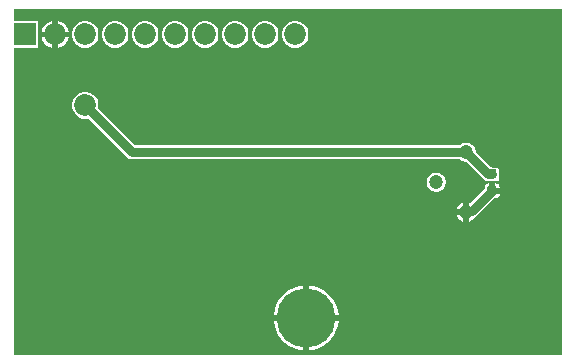
<source format=gbr>
%TF.GenerationSoftware,Altium Limited,Altium Designer,24.0.1 (36)*%
G04 Layer_Physical_Order=2*
G04 Layer_Color=16711680*
%FSLAX45Y45*%
%MOMM*%
%TF.SameCoordinates,8AA56912-9505-4270-891B-A046144FA8B4*%
%TF.FilePolarity,Positive*%
%TF.FileFunction,Copper,L2,Bot,Signal*%
%TF.Part,Single*%
G01*
G75*
%TA.AperFunction,Conductor*%
%ADD12C,0.75000*%
%TA.AperFunction,ComponentPad*%
%ADD13C,5.00000*%
%ADD14C,1.85000*%
%ADD15R,1.85000X1.85000*%
%ADD16C,1.20000*%
%TA.AperFunction,ViaPad*%
%ADD17C,1.85000*%
%TA.AperFunction,SMDPad,CuDef*%
G04:AMPARAMS|DCode=18|XSize=0.762mm|YSize=0.762mm|CornerRadius=0.0381mm|HoleSize=0mm|Usage=FLASHONLY|Rotation=90.000|XOffset=0mm|YOffset=0mm|HoleType=Round|Shape=RoundedRectangle|*
%AMROUNDEDRECTD18*
21,1,0.76200,0.68580,0,0,90.0*
21,1,0.68580,0.76200,0,0,90.0*
1,1,0.07620,0.34290,0.34290*
1,1,0.07620,0.34290,-0.34290*
1,1,0.07620,-0.34290,-0.34290*
1,1,0.07620,-0.34290,0.34290*
%
%ADD18ROUNDEDRECTD18*%
G36*
X12566659Y6033340D02*
X7923341D01*
Y8637500D01*
X8132500D01*
Y8862500D01*
X7923341D01*
Y8966659D01*
X12566659D01*
Y6033340D01*
D02*
G37*
%LPC*%
G36*
X8299000Y8864946D02*
Y8775000D01*
X8388946D01*
X8383493Y8795353D01*
X8368023Y8822147D01*
X8346147Y8844023D01*
X8319353Y8859493D01*
X8299000Y8864946D01*
D02*
G37*
G36*
X8249000D02*
X8228647Y8859493D01*
X8201853Y8844023D01*
X8179977Y8822147D01*
X8164507Y8795353D01*
X8159054Y8775000D01*
X8249000D01*
Y8864946D01*
D02*
G37*
G36*
X10320811Y8862500D02*
X10291189D01*
X10262577Y8854833D01*
X10236923Y8840022D01*
X10215978Y8819077D01*
X10201167Y8793423D01*
X10193500Y8764811D01*
Y8735189D01*
X10201167Y8706577D01*
X10215978Y8680923D01*
X10236923Y8659978D01*
X10262577Y8645167D01*
X10291189Y8637500D01*
X10320811D01*
X10349423Y8645167D01*
X10375077Y8659978D01*
X10396022Y8680923D01*
X10410833Y8706577D01*
X10418500Y8735189D01*
Y8764811D01*
X10410833Y8793423D01*
X10396022Y8819077D01*
X10375077Y8840022D01*
X10349423Y8854833D01*
X10320811Y8862500D01*
D02*
G37*
G36*
X10066811D02*
X10037189D01*
X10008577Y8854833D01*
X9982923Y8840022D01*
X9961978Y8819077D01*
X9947167Y8793423D01*
X9939500Y8764811D01*
Y8735189D01*
X9947167Y8706577D01*
X9961978Y8680923D01*
X9982923Y8659978D01*
X10008577Y8645167D01*
X10037189Y8637500D01*
X10066811D01*
X10095423Y8645167D01*
X10121077Y8659978D01*
X10142022Y8680923D01*
X10156833Y8706577D01*
X10164500Y8735189D01*
Y8764811D01*
X10156833Y8793423D01*
X10142022Y8819077D01*
X10121077Y8840022D01*
X10095423Y8854833D01*
X10066811Y8862500D01*
D02*
G37*
G36*
X9812811D02*
X9783189D01*
X9754577Y8854833D01*
X9728923Y8840022D01*
X9707978Y8819077D01*
X9693167Y8793423D01*
X9685500Y8764811D01*
Y8735189D01*
X9693167Y8706577D01*
X9707978Y8680923D01*
X9728923Y8659978D01*
X9754577Y8645167D01*
X9783189Y8637500D01*
X9812811D01*
X9841423Y8645167D01*
X9867077Y8659978D01*
X9888022Y8680923D01*
X9902833Y8706577D01*
X9910500Y8735189D01*
Y8764811D01*
X9902833Y8793423D01*
X9888022Y8819077D01*
X9867077Y8840022D01*
X9841423Y8854833D01*
X9812811Y8862500D01*
D02*
G37*
G36*
X9558811D02*
X9529189D01*
X9500577Y8854833D01*
X9474923Y8840022D01*
X9453978Y8819077D01*
X9439167Y8793423D01*
X9431500Y8764811D01*
Y8735189D01*
X9439167Y8706577D01*
X9453978Y8680923D01*
X9474923Y8659978D01*
X9500577Y8645167D01*
X9529189Y8637500D01*
X9558811D01*
X9587423Y8645167D01*
X9613077Y8659978D01*
X9634022Y8680923D01*
X9648833Y8706577D01*
X9656500Y8735189D01*
Y8764811D01*
X9648833Y8793423D01*
X9634022Y8819077D01*
X9613077Y8840022D01*
X9587423Y8854833D01*
X9558811Y8862500D01*
D02*
G37*
G36*
X9304811D02*
X9275189D01*
X9246577Y8854833D01*
X9220923Y8840022D01*
X9199978Y8819077D01*
X9185167Y8793423D01*
X9177500Y8764811D01*
Y8735189D01*
X9185167Y8706577D01*
X9199978Y8680923D01*
X9220923Y8659978D01*
X9246577Y8645167D01*
X9275189Y8637500D01*
X9304811D01*
X9333423Y8645167D01*
X9359077Y8659978D01*
X9380022Y8680923D01*
X9394833Y8706577D01*
X9402500Y8735189D01*
Y8764811D01*
X9394833Y8793423D01*
X9380022Y8819077D01*
X9359077Y8840022D01*
X9333423Y8854833D01*
X9304811Y8862500D01*
D02*
G37*
G36*
X9050811D02*
X9021189D01*
X8992577Y8854833D01*
X8966923Y8840022D01*
X8945978Y8819077D01*
X8931167Y8793423D01*
X8923500Y8764811D01*
Y8735189D01*
X8931167Y8706577D01*
X8945978Y8680923D01*
X8966923Y8659978D01*
X8992577Y8645167D01*
X9021189Y8637500D01*
X9050811D01*
X9079423Y8645167D01*
X9105077Y8659978D01*
X9126022Y8680923D01*
X9140833Y8706577D01*
X9148500Y8735189D01*
Y8764811D01*
X9140833Y8793423D01*
X9126022Y8819077D01*
X9105077Y8840022D01*
X9079423Y8854833D01*
X9050811Y8862500D01*
D02*
G37*
G36*
X8796811D02*
X8767189D01*
X8738577Y8854833D01*
X8712923Y8840022D01*
X8691978Y8819077D01*
X8677167Y8793423D01*
X8669500Y8764811D01*
Y8735189D01*
X8677167Y8706577D01*
X8691978Y8680923D01*
X8712923Y8659978D01*
X8738577Y8645167D01*
X8767189Y8637500D01*
X8796811D01*
X8825423Y8645167D01*
X8851077Y8659978D01*
X8872022Y8680923D01*
X8886833Y8706577D01*
X8894500Y8735189D01*
Y8764811D01*
X8886833Y8793423D01*
X8872022Y8819077D01*
X8851077Y8840022D01*
X8825423Y8854833D01*
X8796811Y8862500D01*
D02*
G37*
G36*
X8542811D02*
X8513189D01*
X8484577Y8854833D01*
X8458923Y8840022D01*
X8437978Y8819077D01*
X8423167Y8793423D01*
X8415500Y8764811D01*
Y8735189D01*
X8423167Y8706577D01*
X8437978Y8680923D01*
X8458923Y8659978D01*
X8484577Y8645167D01*
X8513189Y8637500D01*
X8542811D01*
X8571423Y8645167D01*
X8597077Y8659978D01*
X8618022Y8680923D01*
X8632833Y8706577D01*
X8640500Y8735189D01*
Y8764811D01*
X8632833Y8793423D01*
X8618022Y8819077D01*
X8597077Y8840022D01*
X8571423Y8854833D01*
X8542811Y8862500D01*
D02*
G37*
G36*
X8388946Y8725000D02*
X8299000D01*
Y8635054D01*
X8319353Y8640507D01*
X8346147Y8655977D01*
X8368023Y8677853D01*
X8383493Y8704647D01*
X8388946Y8725000D01*
D02*
G37*
G36*
X8249000D02*
X8159054D01*
X8164507Y8704647D01*
X8179977Y8677853D01*
X8201853Y8655977D01*
X8228647Y8640507D01*
X8249000Y8635054D01*
Y8725000D01*
D02*
G37*
G36*
X8542811Y8262500D02*
X8513189D01*
X8484577Y8254833D01*
X8458924Y8240022D01*
X8437978Y8219077D01*
X8423167Y8193423D01*
X8415500Y8164811D01*
Y8135189D01*
X8423167Y8106577D01*
X8437978Y8080923D01*
X8458924Y8059978D01*
X8484577Y8045167D01*
X8513189Y8037500D01*
X8542811D01*
X8554467Y8040623D01*
X8882545Y7712545D01*
X8901565Y7699836D01*
X8924000Y7695373D01*
X11699490D01*
X11704879Y7689984D01*
X11723121Y7679452D01*
X11743468Y7674000D01*
X11751090D01*
X11901245Y7523845D01*
X11920265Y7511136D01*
X11927197Y7509757D01*
X11929854Y7507981D01*
X11939145Y7506134D01*
X11973133D01*
X11973435Y7506074D01*
X11973736Y7506134D01*
X12007725D01*
X12017015Y7507981D01*
X12024890Y7513244D01*
X12030153Y7521120D01*
X12032001Y7530410D01*
Y7564399D01*
X12032061Y7564700D01*
X12032001Y7565001D01*
Y7598990D01*
X12030153Y7608280D01*
X12024890Y7616156D01*
X12017015Y7621418D01*
X12007725Y7623266D01*
X11976153D01*
X11972835Y7623926D01*
X11966984D01*
X11834000Y7756910D01*
Y7764532D01*
X11828548Y7784879D01*
X11818016Y7803121D01*
X11803121Y7818016D01*
X11784879Y7828548D01*
X11764532Y7834000D01*
X11743468D01*
X11723121Y7828548D01*
X11704879Y7818016D01*
X11699490Y7812626D01*
X8948284D01*
X8637377Y8123533D01*
X8640500Y8135189D01*
Y8164811D01*
X8632833Y8193423D01*
X8618023Y8219077D01*
X8597077Y8240022D01*
X8571424Y8254833D01*
X8542811Y8262500D01*
D02*
G37*
G36*
X12007725Y7488664D02*
X11998434D01*
Y7450001D01*
X12037099D01*
Y7459290D01*
X12034863Y7470531D01*
X12028495Y7480061D01*
X12018966Y7486428D01*
X12007725Y7488664D01*
D02*
G37*
G36*
X11510532Y7580000D02*
X11489468D01*
X11469121Y7574548D01*
X11450879Y7564016D01*
X11435984Y7549121D01*
X11425452Y7530879D01*
X11420000Y7510532D01*
Y7489468D01*
X11425452Y7469121D01*
X11435984Y7450879D01*
X11450879Y7435984D01*
X11469121Y7425452D01*
X11489468Y7420000D01*
X11510532D01*
X11530879Y7425452D01*
X11549121Y7435984D01*
X11564016Y7450879D01*
X11574548Y7469121D01*
X11580000Y7489468D01*
Y7510532D01*
X11574548Y7530879D01*
X11564016Y7549121D01*
X11549121Y7564016D01*
X11530879Y7574548D01*
X11510532Y7580000D01*
D02*
G37*
G36*
X11948434Y7488664D02*
X11939145D01*
X11927903Y7486428D01*
X11918374Y7480061D01*
X11912006Y7470531D01*
X11909770Y7459290D01*
Y7444246D01*
X11789296Y7323771D01*
X11786809Y7325207D01*
X11779001Y7327300D01*
Y7246000D01*
Y7164700D01*
X11786809Y7166793D01*
X11806191Y7177983D01*
X11822017Y7193809D01*
X11826081Y7200848D01*
X11844500Y7213155D01*
X11992681Y7361336D01*
X12007725D01*
X12018966Y7363572D01*
X12028495Y7369939D01*
X12034863Y7379469D01*
X12037099Y7390710D01*
Y7400001D01*
X11973434D01*
Y7425001D01*
X11948434D01*
Y7488664D01*
D02*
G37*
G36*
X11729001Y7327300D02*
X11721191Y7325207D01*
X11701809Y7314017D01*
X11685983Y7298191D01*
X11674793Y7278809D01*
X11672701Y7271000D01*
X11729001D01*
Y7327300D01*
D02*
G37*
G36*
Y7221000D02*
X11672701D01*
X11674793Y7213191D01*
X11685983Y7193809D01*
X11701809Y7177983D01*
X11721191Y7166793D01*
X11729001Y7164700D01*
Y7221000D01*
D02*
G37*
G36*
X10425000Y6624468D02*
Y6375000D01*
X10674468D01*
X10668229Y6414396D01*
X10654852Y6455563D01*
X10635201Y6494132D01*
X10609758Y6529151D01*
X10579151Y6559758D01*
X10544132Y6585201D01*
X10505563Y6604852D01*
X10464396Y6618229D01*
X10425000Y6624468D01*
D02*
G37*
G36*
X10375000D02*
X10335604Y6618229D01*
X10294437Y6604852D01*
X10255868Y6585201D01*
X10220850Y6559758D01*
X10190242Y6529151D01*
X10164799Y6494132D01*
X10145148Y6455563D01*
X10131771Y6414396D01*
X10125532Y6375000D01*
X10375000D01*
Y6624468D01*
D02*
G37*
G36*
X10674468Y6325000D02*
X10425000D01*
Y6075532D01*
X10464396Y6081771D01*
X10505563Y6095148D01*
X10544132Y6114799D01*
X10579151Y6140242D01*
X10609758Y6170849D01*
X10635201Y6205868D01*
X10654852Y6244437D01*
X10668229Y6285604D01*
X10674468Y6325000D01*
D02*
G37*
G36*
X10375000D02*
X10125532D01*
X10131771Y6285604D01*
X10145148Y6244437D01*
X10164799Y6205868D01*
X10190242Y6170849D01*
X10220850Y6140242D01*
X10255868Y6114799D01*
X10294437Y6095148D01*
X10335604Y6081771D01*
X10375000Y6075532D01*
Y6325000D01*
D02*
G37*
%LPD*%
D12*
X8528000Y8150000D02*
X8924000Y7754000D01*
X11754000D01*
X11803045Y7254610D02*
X11973435Y7425000D01*
X11754000Y7246000D02*
X11762610Y7254610D01*
X11803045D01*
X11942700Y7565300D02*
X11972835D01*
X11973435Y7564700D01*
X11754000Y7754000D02*
X11942700Y7565300D01*
D13*
X10400000Y6350000D02*
D03*
D14*
X10306000Y8750000D02*
D03*
X10052000D02*
D03*
X8782000D02*
D03*
X8528000D02*
D03*
X8274000D02*
D03*
X9036000D02*
D03*
X9290000D02*
D03*
X9544000D02*
D03*
X9798000D02*
D03*
D15*
X8020000D02*
D03*
D16*
X11500000Y7500000D02*
D03*
X11754000Y7246000D02*
D03*
Y7754000D02*
D03*
D17*
X8528000Y8150000D02*
D03*
D18*
X11973435Y7564700D02*
D03*
Y7425000D02*
D03*
%TF.MD5,afcad32c532e6bd59567a545b933adb8*%
M02*

</source>
